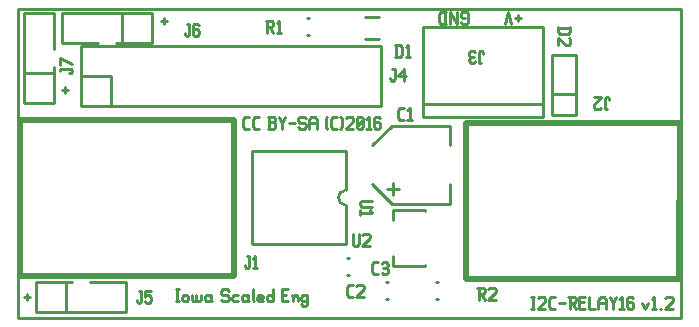
<source format=gbr>
G04 start of page 8 for group -4079 idx -4079 *
G04 Title: (unknown), topsilk *
G04 Creator: pcb 20140316 *
G04 CreationDate: Tue 10 May 2016 09:21:36 AM GMT UTC *
G04 For: ndholmes *
G04 Format: Gerber/RS-274X *
G04 PCB-Dimensions (mil): 2220.00 1040.00 *
G04 PCB-Coordinate-Origin: lower left *
%MOIN*%
%FSLAX25Y25*%
%LNTOPSILK*%
%ADD75C,0.0200*%
%ADD74C,0.0100*%
G54D74*X500Y500D02*X221500D01*
Y103500D02*Y500D01*
X500D02*Y103500D01*
X221500D02*X500D01*
X166000Y100500D02*X168000D01*
X167000Y101500D02*Y99500D01*
X164800Y98500D02*X163800Y102500D01*
X162800Y98500D01*
X148500D02*X148000Y99000D01*
X148500Y98500D02*X150000D01*
X150500Y99000D02*X150000Y98500D01*
X150500Y102000D02*Y99000D01*
Y102000D02*X150000Y102500D01*
X148500D02*X150000D01*
X148500D02*X148000Y102000D01*
Y101000D01*
X148500Y100500D02*X148000Y101000D01*
X148500Y100500D02*X149500D01*
X146800Y102500D02*Y98500D01*
X144300Y102500D01*
Y98500D01*
X142600Y102500D02*Y98500D01*
X141300D02*X140600Y99200D01*
Y101800D02*Y99200D01*
X141300Y102500D02*X140600Y101800D01*
X141300Y102500D02*X143100D01*
X141300Y98500D02*X143100D01*
X171500Y7500D02*X172500D01*
X172000D02*Y3500D01*
X171500D02*X172500D01*
X173700Y7000D02*X174200Y7500D01*
X175700D01*
X176200Y7000D01*
Y6000D01*
X173700Y3500D02*X176200Y6000D01*
X173700Y3500D02*X176200D01*
X178100D02*X179400D01*
X177400Y4200D02*X178100Y3500D01*
X177400Y6800D02*Y4200D01*
Y6800D02*X178100Y7500D01*
X179400D01*
X180600Y5500D02*X182600D01*
X183800Y7500D02*X185800D01*
X186300Y7000D01*
Y6000D01*
X185800Y5500D02*X186300Y6000D01*
X184300Y5500D02*X185800D01*
X184300Y7500D02*Y3500D01*
X185100Y5500D02*X186300Y3500D01*
X187500Y5700D02*X189000D01*
X187500Y3500D02*X189500D01*
X187500Y7500D02*Y3500D01*
Y7500D02*X189500D01*
X190700D02*Y3500D01*
X192700D01*
X193900Y6500D02*Y3500D01*
Y6500D02*X194600Y7500D01*
X195700D01*
X196400Y6500D01*
Y3500D01*
X193900Y5500D02*X196400D01*
X197600Y7500D02*X198600Y5500D01*
X199600Y7500D01*
X198600Y5500D02*Y3500D01*
X200800Y6700D02*X201600Y7500D01*
Y3500D01*
X200800D02*X202300D01*
X205000Y7500D02*X205500Y7000D01*
X204000Y7500D02*X205000D01*
X203500Y7000D02*X204000Y7500D01*
X203500Y7000D02*Y4000D01*
X204000Y3500D01*
X205000Y5700D02*X205500Y5200D01*
X203500Y5700D02*X205000D01*
X204000Y3500D02*X205000D01*
X205500Y4000D01*
Y5200D02*Y4000D01*
X208500Y5500D02*X209500Y3500D01*
X210500Y5500D02*X209500Y3500D01*
X211700Y6700D02*X212500Y7500D01*
Y3500D01*
X211700D02*X213200D01*
X214400D02*X214900D01*
X216100Y7000D02*X216600Y7500D01*
X218100D01*
X218600Y7000D01*
Y6000D01*
X216100Y3500D02*X218600Y6000D01*
X216100Y3500D02*X218600D01*
X48000Y99500D02*X50000D01*
X49000Y100500D02*Y98500D01*
X15000Y76500D02*X17000D01*
X16000Y77500D02*Y75500D01*
X2500Y7500D02*X4500D01*
X3500Y8500D02*Y6500D01*
X53000Y10000D02*X54000D01*
X53500D02*Y6000D01*
X53000D02*X54000D01*
X55200Y7500D02*Y6500D01*
Y7500D02*X55700Y8000D01*
X56700D01*
X57200Y7500D01*
Y6500D01*
X56700Y6000D02*X57200Y6500D01*
X55700Y6000D02*X56700D01*
X55200Y6500D02*X55700Y6000D01*
X58400Y8000D02*Y6500D01*
X58900Y6000D01*
X59400D01*
X59900Y6500D01*
Y8000D02*Y6500D01*
X60400Y6000D01*
X60900D01*
X61400Y6500D01*
Y8000D02*Y6500D01*
X64100Y8000D02*X64600Y7500D01*
X63100Y8000D02*X64100D01*
X62600Y7500D02*X63100Y8000D01*
X62600Y7500D02*Y6500D01*
X63100Y6000D01*
X64600Y8000D02*Y6500D01*
X65100Y6000D01*
X63100D02*X64100D01*
X64600Y6500D01*
X70100Y10000D02*X70600Y9500D01*
X68600Y10000D02*X70100D01*
X68100Y9500D02*X68600Y10000D01*
X68100Y9500D02*Y8500D01*
X68600Y8000D01*
X70100D01*
X70600Y7500D01*
Y6500D01*
X70100Y6000D02*X70600Y6500D01*
X68600Y6000D02*X70100D01*
X68100Y6500D02*X68600Y6000D01*
X72300Y8000D02*X73800D01*
X71800Y7500D02*X72300Y8000D01*
X71800Y7500D02*Y6500D01*
X72300Y6000D01*
X73800D01*
X76500Y8000D02*X77000Y7500D01*
X75500Y8000D02*X76500D01*
X75000Y7500D02*X75500Y8000D01*
X75000Y7500D02*Y6500D01*
X75500Y6000D01*
X77000Y8000D02*Y6500D01*
X77500Y6000D01*
X75500D02*X76500D01*
X77000Y6500D01*
X78700Y10000D02*Y6500D01*
X79200Y6000D01*
X80700D02*X82200D01*
X80200Y6500D02*X80700Y6000D01*
X80200Y7500D02*Y6500D01*
Y7500D02*X80700Y8000D01*
X81700D01*
X82200Y7500D01*
X80200Y7000D02*X82200D01*
Y7500D02*Y7000D01*
X85400Y10000D02*Y6000D01*
X84900D02*X85400Y6500D01*
X83900Y6000D02*X84900D01*
X83400Y6500D02*X83900Y6000D01*
X83400Y7500D02*Y6500D01*
Y7500D02*X83900Y8000D01*
X84900D01*
X85400Y7500D01*
X88400Y8200D02*X89900D01*
X88400Y6000D02*X90400D01*
X88400Y10000D02*Y6000D01*
Y10000D02*X90400D01*
X92100Y7500D02*Y6000D01*
Y7500D02*X92600Y8000D01*
X93100D01*
X93600Y7500D01*
Y6000D01*
X91600Y8000D02*X92100Y7500D01*
X96300Y8000D02*X96800Y7500D01*
X95300Y8000D02*X96300D01*
X94800Y7500D02*X95300Y8000D01*
X94800Y7500D02*Y6500D01*
X95300Y6000D01*
X96300D01*
X96800Y6500D01*
X94800Y5000D02*X95300Y4500D01*
X96300D01*
X96800Y5000D01*
Y8000D02*Y5000D01*
X76200Y63500D02*X77500D01*
X75500Y64200D02*X76200Y63500D01*
X75500Y66800D02*Y64200D01*
Y66800D02*X76200Y67500D01*
X77500D01*
X79400Y63500D02*X80700D01*
X78700Y64200D02*X79400Y63500D01*
X78700Y66800D02*Y64200D01*
Y66800D02*X79400Y67500D01*
X80700D01*
X83700Y63500D02*X85700D01*
X86200Y64000D01*
Y65200D02*Y64000D01*
X85700Y65700D02*X86200Y65200D01*
X84200Y65700D02*X85700D01*
X84200Y67500D02*Y63500D01*
X83700Y67500D02*X85700D01*
X86200Y67000D01*
Y66200D01*
X85700Y65700D02*X86200Y66200D01*
X87400Y67500D02*X88400Y65500D01*
X89400Y67500D01*
X88400Y65500D02*Y63500D01*
X90600Y65500D02*X92600D01*
X95800Y67500D02*X96300Y67000D01*
X94300Y67500D02*X95800D01*
X93800Y67000D02*X94300Y67500D01*
X93800Y67000D02*Y66000D01*
X94300Y65500D01*
X95800D01*
X96300Y65000D01*
Y64000D01*
X95800Y63500D02*X96300Y64000D01*
X94300Y63500D02*X95800D01*
X93800Y64000D02*X94300Y63500D01*
X97500Y66500D02*Y63500D01*
Y66500D02*X98200Y67500D01*
X99300D01*
X100000Y66500D01*
Y63500D01*
X97500Y65500D02*X100000D01*
X103000Y64000D02*X103500Y63500D01*
X103000Y67000D02*X103500Y67500D01*
X103000Y67000D02*Y64000D01*
X105400Y63500D02*X106700D01*
X104700Y64200D02*X105400Y63500D01*
X104700Y66800D02*Y64200D01*
Y66800D02*X105400Y67500D01*
X106700D01*
X107900D02*X108400Y67000D01*
Y64000D01*
X107900Y63500D02*X108400Y64000D01*
X109600Y67000D02*X110100Y67500D01*
X111600D01*
X112100Y67000D01*
Y66000D01*
X109600Y63500D02*X112100Y66000D01*
X109600Y63500D02*X112100D01*
X113300Y64000D02*X113800Y63500D01*
X113300Y67000D02*Y64000D01*
Y67000D02*X113800Y67500D01*
X114800D01*
X115300Y67000D01*
Y64000D01*
X114800Y63500D02*X115300Y64000D01*
X113800Y63500D02*X114800D01*
X113300Y64500D02*X115300Y66500D01*
X116500Y66700D02*X117300Y67500D01*
Y63500D01*
X116500D02*X118000D01*
X120700Y67500D02*X121200Y67000D01*
X119700Y67500D02*X120700D01*
X119200Y67000D02*X119700Y67500D01*
X119200Y67000D02*Y64000D01*
X119700Y63500D01*
X120700Y65700D02*X121200Y65200D01*
X119200Y65700D02*X120700D01*
X119700Y63500D02*X120700D01*
X121200Y64000D01*
Y65200D02*Y64000D01*
X78276Y56066D02*X109724D01*
X78276D02*Y24934D01*
X109724D01*
Y56066D02*Y43000D01*
Y38000D02*Y24934D01*
Y43000D02*G75*G03X109724Y38000I0J-2500D01*G01*
G54D75*X1000Y14500D02*X72300D01*
X1000Y66500D02*X72300D01*
Y14500D01*
X1000Y66500D02*X980Y14500D01*
G54D74*X15000Y102000D02*X45000D01*
X15000D02*Y92000D01*
X45000Y102000D02*Y92000D01*
X35000Y102000D02*Y92000D01*
X33000D02*X45000D01*
X15000D02*X27000D01*
X2500Y102000D02*Y72000D01*
Y102000D02*X12500D01*
X2500Y72000D02*X12500D01*
X2500Y82000D02*X12500D01*
Y84000D02*Y72000D01*
Y102000D02*Y90000D01*
X6500Y2500D02*X36500D01*
Y12500D02*Y2500D01*
X6500Y12500D02*Y2500D01*
X16500Y12500D02*Y2500D01*
X6500Y12500D02*X18500D01*
X24500D02*X36500D01*
X21500Y71000D02*X121500D01*
Y91000D02*Y71000D01*
X21500Y91000D02*X121500D01*
X21500D02*Y71000D01*
X31500Y81000D02*Y71000D01*
X21500Y81000D02*X31500D01*
X116138Y93260D02*X120862D01*
X116138Y100740D02*X120862D01*
X135500Y97300D02*X175500D01*
X135500Y67300D02*X175500D01*
X135500Y71700D02*X175500D01*
Y97300D02*Y67300D01*
X135500Y97300D02*Y67300D01*
X144492Y38508D02*Y45004D01*
Y64492D02*Y57996D01*
X125004Y64492D02*X144492D01*
X125004Y38508D02*X144492D01*
X125004Y64492D02*X118508Y57996D01*
X125004Y38508D02*X118508Y45004D01*
X125500Y45500D02*Y41500D01*
X127500Y43500D02*X123500D01*
X96607Y100255D02*X97393D01*
X96607Y94745D02*X97393D01*
G54D75*X149625Y65500D02*X220925D01*
X149625Y13500D02*X220925D01*
X149625Y65500D02*Y13500D01*
X220925D02*X220945Y65500D01*
G54D74*X186500Y87900D02*Y68200D01*
X178500Y87900D02*Y68200D01*
X186500D01*
X178500Y87900D02*X186500D01*
X178500Y75000D02*X186500D01*
X125355Y17750D02*X135985D01*
X125355Y36250D02*X135985D01*
X125355Y21000D02*Y17750D01*
Y36250D02*Y33000D01*
X135985Y17929D02*Y17750D01*
Y36250D02*Y36071D01*
X110107Y20255D02*X110893D01*
X110107Y14745D02*X110893D01*
X123107Y6745D02*X123893D01*
X123107Y12255D02*X123893D01*
X139607Y6745D02*X140393D01*
X139607Y12255D02*X140393D01*
X125200Y83500D02*X126000D01*
Y80000D01*
X125500Y79500D02*X126000Y80000D01*
X125000Y79500D02*X125500D01*
X124500Y80000D02*X125000Y79500D01*
X124500Y80500D02*Y80000D01*
X127200Y81000D02*X129200Y83500D01*
X127200Y81000D02*X129700D01*
X129200Y83500D02*Y79500D01*
X126500Y91500D02*Y87500D01*
X127800Y91500D02*X128500Y90800D01*
Y88200D01*
X127800Y87500D02*X128500Y88200D01*
X126000Y87500D02*X127800D01*
X126000Y91500D02*X127800D01*
X129700Y90700D02*X130500Y91500D01*
Y87500D01*
X129700D02*X131200D01*
X154000Y85500D02*X154800D01*
X154000Y89000D02*Y85500D01*
X154500Y89500D02*X154000Y89000D01*
X154500Y89500D02*X155000D01*
X155500Y89000D02*X155000Y89500D01*
X155500Y89000D02*Y88500D01*
X152800Y86000D02*X152300Y85500D01*
X151300D02*X152300D01*
X151300D02*X150800Y86000D01*
X151300Y89500D02*X150800Y89000D01*
X151300Y89500D02*X152300D01*
X152800Y89000D02*X152300Y89500D01*
X151300Y87300D02*X152300D01*
X150800Y86800D02*Y86000D01*
Y89000D02*Y87800D01*
X151300Y87300D01*
X150800Y86800D02*X151300Y87300D01*
X127700Y66500D02*X129000D01*
X127000Y67200D02*X127700Y66500D01*
X127000Y69800D02*Y67200D01*
Y69800D02*X127700Y70500D01*
X129000D01*
X130200Y69700D02*X131000Y70500D01*
Y66500D01*
X130200D02*X131700D01*
X196000Y70000D02*X196800D01*
X196000Y73500D02*Y70000D01*
X196500Y74000D02*X196000Y73500D01*
X196500Y74000D02*X197000D01*
X197500Y73500D02*X197000Y74000D01*
X197500Y73500D02*Y73000D01*
X194800Y70500D02*X194300Y70000D01*
X192800D02*X194300D01*
X192800D02*X192300Y70500D01*
Y71500D02*Y70500D01*
X194800Y74000D02*X192300Y71500D01*
Y74000D02*X194800D01*
X180500Y97000D02*X184500D01*
Y95700D02*X183800Y95000D01*
X181200D02*X183800D01*
X180500Y95700D02*X181200Y95000D01*
X180500Y97500D02*Y95700D01*
X184500Y97500D02*Y95700D01*
X184000Y93800D02*X184500Y93300D01*
Y91800D01*
X184000Y91300D01*
X183000D02*X184000D01*
X180500Y93800D02*X183000Y91300D01*
X180500Y93800D02*Y91300D01*
X112000Y28500D02*Y25000D01*
X112500Y24500D01*
X113500D01*
X114000Y25000D01*
Y28500D02*Y25000D01*
X115200Y28000D02*X115700Y28500D01*
X117200D01*
X117700Y28000D01*
Y27000D01*
X115200Y24500D02*X117700Y27000D01*
X115200Y24500D02*X117700D01*
X76700Y21000D02*X77500D01*
Y17500D01*
X77000Y17000D02*X77500Y17500D01*
X76500Y17000D02*X77000D01*
X76000Y17500D02*X76500Y17000D01*
X76000Y18000D02*Y17500D01*
X78700Y20200D02*X79500Y21000D01*
Y17000D01*
X78700D02*X80200D01*
X83000Y99500D02*X85000D01*
X85500Y99000D01*
Y98000D01*
X85000Y97500D02*X85500Y98000D01*
X83500Y97500D02*X85000D01*
X83500Y99500D02*Y95500D01*
X84300Y97500D02*X85500Y95500D01*
X86700Y98700D02*X87500Y99500D01*
Y95500D01*
X86700D02*X88200D01*
X56700Y98500D02*X57500D01*
Y95000D01*
X57000Y94500D02*X57500Y95000D01*
X56500Y94500D02*X57000D01*
X56000Y95000D02*X56500Y94500D01*
X56000Y95500D02*Y95000D01*
X60200Y98500D02*X60700Y98000D01*
X59200Y98500D02*X60200D01*
X58700Y98000D02*X59200Y98500D01*
X58700Y98000D02*Y95000D01*
X59200Y94500D01*
X60200Y96700D02*X60700Y96200D01*
X58700Y96700D02*X60200D01*
X59200Y94500D02*X60200D01*
X60700Y95000D01*
Y96200D02*Y95000D01*
X14500Y83500D02*Y82700D01*
Y83500D02*X18000D01*
X18500Y83000D02*X18000Y83500D01*
X18500Y83000D02*Y82500D01*
X18000Y82000D02*X18500Y82500D01*
X17500Y82000D02*X18000D01*
X18500Y85200D02*X14500Y87200D01*
Y84700D01*
X115000Y39500D02*X118500D01*
X115000D02*X114500Y39000D01*
Y38000D01*
X115000Y37500D01*
X118500D01*
X117700Y36300D02*X118500Y35500D01*
X114500D02*X118500D01*
X114500Y36300D02*Y34800D01*
X119200Y15000D02*X120500D01*
X118500Y15700D02*X119200Y15000D01*
X118500Y18300D02*Y15700D01*
Y18300D02*X119200Y19000D01*
X120500D01*
X121700Y18500D02*X122200Y19000D01*
X123200D01*
X123700Y18500D01*
X123200Y15000D02*X123700Y15500D01*
X122200Y15000D02*X123200D01*
X121700Y15500D02*X122200Y15000D01*
Y17200D02*X123200D01*
X123700Y18500D02*Y17700D01*
Y16700D02*Y15500D01*
Y16700D02*X123200Y17200D01*
X123700Y17700D02*X123200Y17200D01*
X110700Y7500D02*X112000D01*
X110000Y8200D02*X110700Y7500D01*
X110000Y10800D02*Y8200D01*
Y10800D02*X110700Y11500D01*
X112000D01*
X113200Y11000D02*X113700Y11500D01*
X115200D01*
X115700Y11000D01*
Y10000D01*
X113200Y7500D02*X115700Y10000D01*
X113200Y7500D02*X115700D01*
X153500Y10500D02*X155500D01*
X156000Y10000D01*
Y9000D01*
X155500Y8500D02*X156000Y9000D01*
X154000Y8500D02*X155500D01*
X154000Y10500D02*Y6500D01*
X154800Y8500D02*X156000Y6500D01*
X157200Y10000D02*X157700Y10500D01*
X159200D01*
X159700Y10000D01*
Y9000D01*
X157200Y6500D02*X159700Y9000D01*
X157200Y6500D02*X159700D01*
X40700Y9500D02*X41500D01*
Y6000D01*
X41000Y5500D02*X41500Y6000D01*
X40500Y5500D02*X41000D01*
X40000Y6000D02*X40500Y5500D01*
X40000Y6500D02*Y6000D01*
X42700Y9500D02*X44700D01*
X42700D02*Y7500D01*
X43200Y8000D01*
X44200D01*
X44700Y7500D01*
Y6000D01*
X44200Y5500D02*X44700Y6000D01*
X43200Y5500D02*X44200D01*
X42700Y6000D02*X43200Y5500D01*
M02*

</source>
